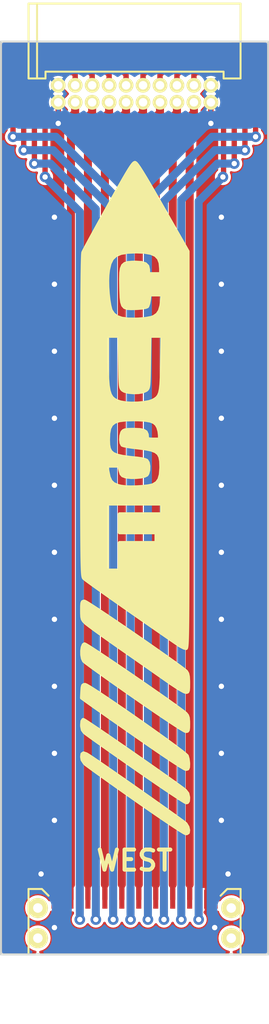
<source format=kicad_pcb>
(kicad_pcb (version 20221018) (generator pcbnew)
  (layers (0 "F.Cu" signal) (31 "B.Cu" signal) (34 "B.Paste" user) (35 "F.Paste" user) (36 "B.SilkS" user "B.Silkscreen") (37 "F.SilkS" user "F.Silkscreen") (38 "B.Mask" user) (39 "F.Mask" user) (44 "Edge.Cuts" user))
  (net 0 "")
  (net 1 "GND")
  (net 2 "/3v3_IMU")
  (net 3 "/JTMS")
  (net 4 "/3v3_RADIO")
  (net 5 "/JTCK")
  (net 6 "/3v3_FC")
  (net 7 "/JTDI")
  (net 8 "/3v3_PYRO")
  (net 9 "/JTDR")
  (net 10 "/3v3_DL")
  (net 11 "/RSVD1")
  (net 12 "/3v3_AUX1")
  (net 13 "/5v_CAN")
  (net 14 "/RSVD3")
  (net 15 "/CAN-")
  (net 16 "/RSVD2")
  (net 17 "/CAN+")
  (footprint "agg:TFML-110-01-L-D-RA" (layer "F.Cu") (at 156 63 180)
    (fp_text reference "J1")
    (fp_text value "WEST TOP")
    (fp_line (start -7.9375 -1.649) (end -7.9375 3.939) (stroke (width 0.15)) (layer "F.SilkS"))
    (fp_line (start -6.6675 -1.649) (end -7.9375 -1.649) (stroke (width 0.15)) (layer "F.SilkS"))
    (fp_line (start -6.6675 -1.649) (end -6.6675 -1.141) (stroke (width 0.15)) (layer "F.SilkS"))
    (fp_line (start 6.6675 -1.649) (end 6.6675 -1.141) (stroke (width 0.15)) (layer "F.SilkS"))
    (fp_line (start 6.6675 -1.141) (end -6.6675 -1.141) (stroke (width 0.15)) (layer "F.SilkS"))
    (fp_line (start 7.3 -1.649) (end 7.3 3.939) (stroke (width 0.15)) (layer "F.SilkS"))
    (fp_line (start 7.9375 -1.649) (end 6.6675 -1.649) (stroke (width 0.15)) (layer "F.SilkS"))
    (fp_line (start 7.9375 -1.649) (end 7.9375 3.939) (stroke (width 0.15)) (layer "F.SilkS"))
    (fp_line (start 7.9375 3.939) (end -7.9375 3.939) (stroke (width 0.15)) (layer "F.SilkS"))
    (pad "1" thru_hole circle (at -5.715 -2.159) (size 1.1 1.1) (drill 0.635) (layers "*.Cu" "*.Mask" "F.SilkS") (net 1 "GND"))
    (pad "2" thru_hole circle (at -5.715 -3.429) (size 1.1 1.1) (drill 0.635) (layers "*.Cu" "*.Mask" "F.SilkS") (net 1 "GND"))
    (pad "3" thru_hole circle (at -4.445 -2.159) (size 1.1 1.1) (drill 0.635) (layers "*.Cu" "*.Mask" "F.SilkS") (net 2 "/3v3_IMU"))
    (pad "4" thru_hole circle (at -4.445 -3.429) (size 1.1 1.1) (drill 0.635) (layers "*.Cu" "*.Mask" "F.SilkS") (net 3 "/JTMS"))
    (pad "5" thru_hole circle (at -3.175 -2.159) (size 1.1 1.1) (drill 0.635) (layers "*.Cu" "*.Mask" "F.SilkS") (net 4 "/3v3_RADIO"))
    (pad "6" thru_hole circle (at -3.175 -3.429) (size 1.1 1.1) (drill 0.635) (layers "*.Cu" "*.Mask" "F.SilkS") (net 5 "/JTCK"))
    (pad "7" thru_hole circle (at -1.905 -2.159) (size 1.1 1.1) (drill 0.635) (layers "*.Cu" "*.Mask" "F.SilkS") (net 6 "/3v3_FC"))
    (pad "8" thru_hole circle (at -1.905 -3.429) (size 1.1 1.1) (drill 0.635) (layers "*.Cu" "*.Mask" "F.SilkS") (net 7 "/JTDI"))
    (pad "9" thru_hole circle (at -0.635 -2.159) (size 1.1 1.1) (drill 0.635) (layers "*.Cu" "*.Mask" "F.SilkS") (net 8 "/3v3_PYRO"))
    (pad "10" thru_hole circle (at -0.635 -3.429) (size 1.1 1.1) (drill 0.635) (layers "*.Cu" "*.Mask" "F.SilkS") (net 9 "/JTDR"))
    (pad "11" thru_hole circle (at 0.635 -2.159) (size 1.1 1.1) (drill 0.635) (layers "*.Cu" "*.Mask" "F.SilkS") (net 10 "/3v3_DL"))
    (pad "12" thru_hole circle (at 0.635 -3.429) (size 1.1 1.1) (drill 0.635) (layers "*.Cu" "*.Mask" "F.SilkS") (net 11 "/RSVD1"))
    (pad "13" thru_hole circle (at 1.905 -2.159) (size 1.1 1.1) (drill 0.635) (layers "*.Cu" "*.Mask" "F.SilkS") (net 12 "/3v3_AUX1"))
    (pad "14" thru_hole circle (at 1.905 -3.429) (size 1.1 1.1) (drill 0.635) (layers "*.Cu" "*.Mask" "F.SilkS") (net 13 "/5v_CAN"))
    (pad "15" thru_hole circle (at 3.175 -2.159) (size 1.1 1.1) (drill 0.635) (layers "*.Cu" "*.Mask" "F.SilkS") (net 14 "/RSVD3"))
    (pad "16" thru_hole circle (at 3.175 -3.429) (size 1.1 1.1) (drill 0.635) (layers "*.Cu" "*.Mask" "F.SilkS") (net 15 "/CAN-"))
    (pad "17" thru_hole circle (at 4.445 -2.159) (size 1.1 1.1) (drill 0.635) (layers "*.Cu" "*.Mask" "F.SilkS") (net 16 "/RSVD2"))
    (pad "18" thru_hole circle (at 4.445 -3.429) (size 1.1 1.1) (drill 0.635) (layers "*.Cu" "*.Mask" "F.SilkS") (net 17 "/CAN+"))
    (pad "19" thru_hole circle (at 5.715 -2.159) (size 1.1 1.1) (drill 0.635) (layers "*.Cu" "*.Mask" "F.SilkS") (net 1 "GND"))
    (pad "20" thru_hole circle (at 5.715 -3.429) (size 1.1 1.1) (drill 0.635) (layers "*.Cu" "*.Mask" "F.SilkS") (net 1 "GND"))
  )
  (footprint "agg:SFM-110-02-L-DH" (layer "F.Cu") (at 156 129.7 180)
    (fp_text reference "J2")
    (fp_text value "WEST BOT")
    (fp_line (start -7.94 -0.23) (end -7.94 4.58) (stroke (width 0.15)) (layer "F.SilkS"))
    (fp_line (start -7.94 4.58) (end -6.94 4.58) (stroke (width 0.15)) (layer "F.SilkS"))
    (fp_line (start -6.44 4.08) (end -6.94 4.58) (stroke (width 0.15)) (layer "F.SilkS"))
    (fp_line (start 6.44 4.08) (end 6.94 4.58) (stroke (width 0.15)) (layer "F.SilkS"))
    (fp_line (start 6.94 4.58) (end 7.94 4.58) (stroke (width 0.15)) (layer "F.SilkS"))
    (fp_line (start 7.94 -0.23) (end 7.94 4.58) (stroke (width 0.15)) (layer "F.SilkS"))
    (pad "" thru_hole circle (at -7.2395 0.91 180) (size 1.5 1.5) (drill 0.71) (layers "*.Cu" "*.Mask" "F.SilkS"))
    (pad "" thru_hole circle (at -7.2395 3.16 180) (size 1.5 1.5) (drill 0.71) (layers "*.Cu" "*.Mask" "F.SilkS"))
    (pad "" thru_hole circle (at 7.2395 0.91 180) (size 1.5 1.5) (drill 0.71) (layers "*.Cu" "*.Mask" "F.SilkS"))
    (pad "" thru_hole circle (at 7.2395 3.16 180) (size 1.5 1.5) (drill 0.71) (layers "*.Cu" "*.Mask" "F.SilkS"))
    (pad "1" smd rect (at -6.0325 3.81 180) (size 0.38 1.4) (layers "F.Cu" "F.Paste" "F.Mask") (net 1 "GND"))
    (pad "2" smd rect (at -5.3975 3.81 180) (size 0.38 1.4) (layers "F.Cu" "F.Paste" "F.Mask") (net 1 "GND"))
    (pad "3" smd rect (at -4.7625 3.81 180) (size 0.38 1.4) (layers "F.Cu" "F.Paste" "F.Mask") (net 2 "/3v3_IMU"))
    (pad "4" smd rect (at -4.1275 3.81 180) (size 0.38 1.4) (layers "F.Cu" "F.Paste" "F.Mask") (net 3 "/JTMS"))
    (pad "5" smd rect (at -3.4925 3.81 180) (size 0.38 1.4) (layers "F.Cu" "F.Paste" "F.Mask") (net 4 "/3v3_RADIO"))
    (pad "6" smd rect (at -2.8575 3.81 180) (size 0.38 1.4) (layers "F.Cu" "F.Paste" "F.Mask") (net 5 "/JTCK"))
    (pad "7" smd rect (at -2.2225 3.81 180) (size 0.38 1.4) (layers "F.Cu" "F.Paste" "F.Mask") (net 6 "/3v3_FC"))
    (pad "8" smd rect (at -1.5875 3.81 180) (size 0.38 1.4) (layers "F.Cu" "F.Paste" "F.Mask") (net 7 "/JTDI"))
    (pad "9" smd rect (at -0.9525 3.81 180) (size 0.38 1.4) (layers "F.Cu" "F.Paste" "F.Mask") (net 8 "/3v3_PYRO"))
    (pad "10" smd rect (at -0.3175 3.81 180) (size 0.38 1.4) (layers "F.Cu" "F.Paste" "F.Mask") (net 9 "/JTDR"))
    (pad "11" smd rect (at 0.3175 3.81 180) (size 0.38 1.4) (layers "F.Cu" "F.Paste" "F.Mask") (net 10 "/3v3_DL"))
    (pad "12" smd rect (at 0.9525 3.81 180) (size 0.38 1.4) (layers "F.Cu" "F.Paste" "F.Mask") (net 11 "/RSVD1"))
    (pad "13" smd rect (at 1.5875 3.81 180) (size 0.38 1.4) (layers "F.Cu" "F.Paste" "F.Mask") (net 12 "/3v3_AUX1"))
    (pad "14" smd rect (at 2.2225 3.81 180) (size 0.38 1.4) (layers "F.Cu" "F.Paste" "F.Mask") (net 13 "/5v_CAN"))
    (pad "15" smd rect (at 2.8575 3.81 180) (size 0.38 1.4) (layers "F.Cu" "F.Paste" "F.Mask") (net 14 "/RSVD3"))
    (pad "16" smd rect (at 3.4925 3.81 180) (size 0.38 1.4) (layers "F.Cu" "F.Paste" "F.Mask") (net 15 "/CAN-"))
    (pad "17" smd rect (at 4.1275 3.81 180) (size 0.38 1.4) (layers "F.Cu" "F.Paste" "F.Mask") (net 16 "/RSVD2"))
    (pad "18" smd rect (at 4.7625 3.81 180) (size 0.38 1.4) (layers "F.Cu" "F.Paste" "F.Mask") (net 17 "/CAN+"))
    (pad "19" smd rect (at 5.3975 3.81 180) (size 0.38 1.4) (layers "F.Cu" "F.Paste" "F.Mask") (net 1 "GND"))
    (pad "20" smd rect (at 6.0325 3.81 180) (size 0.38 1.4) (layers "F.Cu" "F.Paste" "F.Mask") (net 1 "GND"))
  )
  (footprint "m3psu:cusf_logo_large" (layer "F.Cu") (at 156 95.95)
    (fp_text reference "G***" hide)
    (fp_text value "LOGO" hide)
    (fp_poly (pts (xy 4.029075 24.779304) (xy 4.004875 24.960606) (xy 3.907084 25.022166) (xy 3.836192 25.023892) (xy 3.729988 24.974401) (xy 3.497861 24.835289) (xy 3.153886 24.615916) (xy 2.712134 24.325647) (xy 2.186673 23.973845) (xy 1.591577 23.569874) (xy 0.940915 23.123089) (xy 0.248759 22.642859) (xy 0.067684 22.516437) (xy -0.63565 22.023673) (xy -1.301656 21.554996) (xy -1.916017 21.120626) (xy -2.46442 20.73077) (xy -2.932556 20.395651) (xy -3.30611 20.125481) (xy -3.570772 19.930474) (xy -3.712227 19.820849) (xy -3.725646 19.808963) (xy -3.90902 19.533334) (xy -3.94335 19.316043) (xy -3.91712 19.106156) (xy -3.820851 19.039506) (xy -3.628187 19.102802) (xy -3.575008 19.130291) (xy -3.43332 19.217582) (xy -3.172314 19.389848) (xy -2.808483 19.635545) (xy -2.358337 19.943126) (xy -1.838373 20.301049) (xy -1.265099 20.697768) (xy -0.655017 21.121736) (xy -0.024627 21.561409) (xy 0.609565 22.00524) (xy 1.23106 22.441687) (xy 1.823351 22.859204) (xy 2.369936 23.246244) (xy 2.854313 23.591266) (xy 3.25998 23.882718) (xy 3.570434 24.109061) (xy 3.769168 24.258747) (xy 3.836192 24.315058) (xy 3.977934 24.550069) (xy 4.029075 24.779304)) (stroke (width 0.27)) (fill solid) (layer "F.SilkS"))
    (fp_poly (pts (xy 4.029075 19.849369) (xy 4.019239 20.086361) (xy 3.974449 20.197137) (xy 3.871784 20.226502) (xy 3.836192 20.226418) (xy 3.727466 20.177459) (xy 3.492663 20.03869) (xy 3.145697 19.819293) (xy 2.700481 19.528449) (xy 2.170924 19.175338) (xy 1.570944 18.769139) (xy 0.91445 18.31903) (xy 0.296017 17.890413) (xy -0.394667 17.409138) (xy -1.05641 16.9476) (xy -1.67299 16.517145) (xy -2.228186 16.129112) (xy -2.705783 15.794843) (xy -3.089561 15.52568) (xy -3.363298 15.332968) (xy -3.501506 15.234747) (xy -3.951734 14.91041) (xy -3.926113 14.42036) (xy -3.904913 14.14229) (xy -3.866632 13.995083) (xy -3.793235 13.938167) (xy -3.708331 13.930313) (xy -3.594094 13.978702) (xy -3.357164 14.116356) (xy -3.013724 14.332002) (xy -2.579961 14.614368) (xy -2.072058 14.952184) (xy -1.506206 15.334175) (xy -0.898582 15.74907) (xy -0.265378 16.185598) (xy 0.377225 16.632483) (xy 1.013037 17.078456) (xy 1.625881 17.512243) (xy 2.199563 17.922576) (xy 2.717901 18.298178) (xy 3.164711 18.627778) (xy 3.523808 18.900105) (xy 3.779004 19.103885) (xy 3.914117 19.227848) (xy 3.929874 19.249923) (xy 3.992701 19.474692) (xy 4.02695 19.766219) (xy 4.029075 19.849369)) (stroke (width 0.27)) (fill solid) (layer "F.SilkS"))
    (fp_poly (pts (xy 4.029075 22.381491) (xy 4.012789 22.604981) (xy 3.950362 22.701792) (xy 3.869513 22.717125) (xy 3.770002 22.669427) (xy 3.543961 22.532469) (xy 3.205224 22.315457) (xy 2.767616 22.027591) (xy 2.244972 21.678073) (xy 1.65112 21.276111) (xy 0.999888 20.830905) (xy 0.305111 20.351658) (xy 0.074939 20.191985) (xy -0.633752 19.698814) (xy -1.304176 19.230612) (xy -1.922249 18.797327) (xy -2.473891 18.408911) (xy -2.945014 18.075312) (xy -3.32154 17.806484) (xy -3.58938 17.612375) (xy -3.734456 17.502936) (xy -3.751715 17.488308) (xy -3.888475 17.298417) (xy -3.940761 17.03221) (xy -3.94335 16.927348) (xy -3.919965 16.657283) (xy -3.8507 16.54735) (xy -3.834327 16.544925) (xy -3.745105 16.592464) (xy -3.531632 16.727747) (xy -3.209817 16.939765) (xy -2.795561 17.217506) (xy -2.304771 17.549965) (xy -1.753353 17.926129) (xy -1.157209 18.33499) (xy -0.532246 18.76554) (xy 0.105635 19.206769) (xy 0.740521 19.647668) (xy 1.356515 20.07723) (xy 1.937706 20.484444) (xy 2.468194 20.858302) (xy 2.932073 21.187794) (xy 3.313435 21.461911) (xy 3.596376 21.669644) (xy 3.764993 21.799986) (xy 3.79333 21.8246) (xy 3.969467 22.050338) (xy 4.028006 22.323676) (xy 4.029075 22.381491)) (stroke (width 0.27)) (fill solid) (layer "F.SilkS"))
    (fp_poly (pts (xy 4.029075 16.841064) (xy 4.024733 17.142357) (xy 4.002925 17.310443) (xy 3.950462 17.383507) (xy 3.854156 17.39974) (xy 3.836192 17.399648) (xy 3.727253 17.350991) (xy 3.490511 17.211469) (xy 3.138199 16.989148) (xy 2.682536 16.692094) (xy 2.135754 16.328374) (xy 1.510075 15.906059) (xy 0.81773 15.433208) (xy 0.070943 14.917894) (xy 0 14.868681) (xy -0.708394 14.375605) (xy -1.37723 13.90726) (xy -1.992605 13.473575) (xy -2.540619 13.084481) (xy -3.007368 12.749905) (xy -3.378947 12.479778) (xy -3.641458 12.284031) (xy -3.780991 12.172591) (xy -3.797059 12.156772) (xy -3.886839 11.966954) (xy -3.932728 11.700285) (xy -3.936638 11.40871) (xy -3.900471 11.144158) (xy -3.826135 10.958574) (xy -3.751048 10.903191) (xy -3.658505 10.945838) (xy -3.44166 11.076016) (xy -3.116548 11.282757) (xy -2.699203 11.555101) (xy -2.205665 11.88209) (xy -1.651968 12.252757) (xy -1.054142 12.656139) (xy -0.428231 13.081279) (xy 0.209736 13.51721) (xy 0.84372 13.952971) (xy 1.457689 14.3776) (xy 2.035603 14.780135) (xy 2.561431 15.149614) (xy 3.019135 15.475072) (xy 3.392677 15.74555) (xy 3.666028 15.950083) (xy 3.823146 16.077712) (xy 3.836192 16.090032) (xy 3.945337 16.227184) (xy 4.004319 16.401191) (xy 4.027004 16.66605) (xy 4.029075 16.841064)) (stroke (width 0.27)) (fill solid) (layer "F.SilkS"))
    (fp_poly (pts (xy 4.029075 13.811221) (xy 4.026194 14.148716) (xy 4.010882 14.349593) (xy 3.973131 14.448659) (xy 3.902934 14.480729) (xy 3.836192 14.482166) (xy 3.701997 14.432691) (xy 3.457949 14.299683) (xy 3.132856 14.100456) (xy 2.755512 13.852323) (xy 2.528888 13.696204) (xy 2.176843 13.450053) (xy 1.711787 13.125551) (xy 1.161567 12.742088) (xy 0.554032 12.319066) (xy -0.082974 11.875872) (xy -0.721605 11.431903) (xy -0.985838 11.248324) (xy -1.567399 10.842322) (xy -2.114743 10.45633) (xy -2.60904 10.103921) (xy -3.031471 9.798665) (xy -3.363206 9.554131) (xy -3.585419 9.383896) (xy -3.664745 9.317133) (xy -3.805261 9.174389) (xy -3.888289 9.042689) (xy -3.92891 8.871522) (xy -3.942211 8.610384) (xy -3.94335 8.384232) (xy -3.940372 8.048873) (xy -3.92465 7.849821) (xy -3.886018 7.751951) (xy -3.814304 7.720142) (xy -3.75047 7.718163) (xy -3.648264 7.766283) (xy -3.422139 7.902201) (xy -3.088241 8.114826) (xy -2.662713 8.39308) (xy -2.161701 8.725876) (xy -1.601346 9.102127) (xy -0.997796 9.51075) (xy -0.367192 9.940658) (xy 0.274317 10.380768) (xy 0.910591 10.819994) (xy 1.525484 11.24725) (xy 2.102852 11.651456) (xy 2.626549 12.021521) (xy 3.080433 12.34636) (xy 3.448356 12.614894) (xy 3.714177 12.816033) (xy 3.861751 12.938692) (xy 3.879055 12.956714) (xy 3.961759 13.102182) (xy 4.008952 13.32153) (xy 4.027828 13.655704) (xy 4.029075 13.811221)) (stroke (width 0.27)) (fill solid) (layer "F.SilkS"))
    (fp_poly (pts (xy 3.986213 -3.606549) (xy 3.98611 -1.730017) (xy 3.985759 -0.017523) (xy 3.985095 1.538344) (xy 3.984044 2.944998) (xy 3.982546 4.209848) (xy 3.980526 5.340308) (xy 3.977921 6.343788) (xy 3.974659 7.227703) (xy 3.970677 7.99946) (xy 3.965906 8.666476) (xy 3.960276 9.23616) (xy 3.953721 9.715923) (xy 3.946174 10.113177) (xy 3.937564 10.435338) (xy 3.927828 10.689813) (xy 3.916895 10.884013) (xy 3.904697 11.025356) (xy 3.89117 11.121249) (xy 3.876242 11.179104) (xy 3.859847 11.206337) (xy 3.850848 11.210829) (xy 3.71399 11.178518) (xy 3.490128 11.068493) (xy 3.250773 10.919699) (xy 2.573683 10.456236) (xy 2.081211 10.117499) (xy 2.081211 -15.173325) (xy 1.608965 -15.173325) (xy 1.136722 -15.173325) (xy 1.092401 -14.780108) (xy 1.045032 -14.521289) (xy 0.977608 -14.329872) (xy 0.948475 -14.28719) (xy 0.820951 -14.238372) (xy 0.567208 -14.19528) (xy 0.232475 -14.164805) (xy 0.101855 -14.158287) (xy -0.27229 -14.148405) (xy -0.548702 -14.166954) (xy -0.74287 -14.236017) (xy -0.87028 -14.377667) (xy -0.946418 -14.613988) (xy -0.986772 -14.967053) (xy -1.00683 -15.458947) (xy -1.01375 -15.74873) (xy -1.023011 -16.35117) (xy -1.011444 -16.803769) (xy -0.966106 -17.127949) (xy -0.874047 -17.345143) (xy -0.722326 -17.476771) (xy -0.497996 -17.544262) (xy -0.188114 -17.569043) (xy 0.088079 -17.572456) (xy 0.520881 -17.54591) (xy 0.809155 -17.456572) (xy 0.971919 -17.293098) (xy 1.028192 -17.04415) (xy 1.0287 -17.011553) (xy 1.0287 -16.716375) (xy 1.500188 -16.716375) (xy 1.971675 -16.716375) (xy 1.971675 -17.110616) (xy 1.933041 -17.545016) (xy 1.80694 -17.87629) (xy 1.578066 -18.114986) (xy 1.231108 -18.271656) (xy 0.750765 -18.356852) (xy 0.128588 -18.381149) (xy -0.523527 -18.354357) (xy -1.029151 -18.268019) (xy -1.407556 -18.106411) (xy -1.678007 -17.853815) (xy -1.859771 -17.494507) (xy -1.972112 -17.012768) (xy -2.016676 -16.63065) (xy -2.033416 -16.218465) (xy -2.022827 -15.741713) (xy -1.989155 -15.243798) (xy -1.936653 -14.768123) (xy -1.869572 -14.358087) (xy -1.79216 -14.057096) (xy -1.756199 -13.970921) (xy -1.569078 -13.704625) (xy -1.309883 -13.513775) (xy -0.956672 -13.391498) (xy -0.487501 -13.330926) (xy 0.11957 -13.325186) (xy 0.28694 -13.33115) (xy 0.842033 -13.373197) (xy 1.243728 -13.447013) (xy 1.444227 -13.520042) (xy 1.706044 -13.70098) (xy 1.883134 -13.962426) (xy 1.992095 -14.336606) (xy 2.035376 -14.667858) (xy 2.081211 -15.173325) (xy 2.081211 10.117499) (xy 2.07707 10.114648) (xy 2.07707 -12.087225) (xy 1.605047 -12.087225) (xy 1.133028 -12.087225) (xy 1.102013 -10.150612) (xy 1.091553 -9.526459) (xy 1.081112 -9.051124) (xy 1.068185 -8.701997) (xy 1.050257 -8.456465) (xy 1.02482 -8.291913) (xy 0.989366 -8.185733) (xy 0.941385 -8.115312) (xy 0.878364 -8.058037) (xy 0.868903 -8.05035) (xy 0.639808 -7.946438) (xy 0.304428 -7.887753) (xy -0.078149 -7.874288) (xy -0.448832 -7.90604) (xy -0.748535 -7.983006) (xy -0.869187 -8.050469) (xy -0.934435 -8.10763) (xy -0.984263 -8.174774) (xy -1.021162 -8.274512) (xy -1.047613 -8.429457) (xy -1.066106 -8.662218) (xy -1.079125 -8.995409) (xy -1.089156 -9.451644) (xy -1.098689 -10.053536) (xy -1.100126 -10.150731) (xy -1.128686 -12.087225) (xy -1.593043 -12.087225) (xy -2.0574 -12.087225) (xy -2.0574 -10.341564) (xy -2.052184 -9.546266) (xy -2.032682 -8.903749) (xy -1.993127 -8.395564) (xy -1.927746 -8.003251) (xy -1.830773 -7.70836) (xy -1.696432 -7.492433) (xy -1.518958 -7.337018) (xy -1.292576 -7.223658) (xy -1.058484 -7.146892) (xy -0.697291 -7.082062) (xy -0.246999 -7.054908) (xy 0.239009 -7.062984) (xy 0.707351 -7.103846) (xy 1.104648 -7.175048) (xy 1.345343 -7.256971) (xy 1.537718 -7.361366) (xy 1.68929 -7.477393) (xy 1.80532 -7.626064) (xy 1.891064 -7.828385) (xy 1.951781 -8.105368) (xy 1.99273 -8.478022) (xy 2.019165 -8.967359) (xy 2.036345 -9.594388) (xy 2.044483 -10.05075) (xy 2.07707 -12.087225) (xy 2.07707 10.114648) (xy 2.0574 10.101121) (xy 2.0574 1.20015) (xy 2.0574 0.814388) (xy 2.0574 0.428625) (xy 1.989743 0.428625) (xy 1.989743 -2.323955) (xy 1.97562 -2.744574) (xy 1.915245 -3.066066) (xy 1.78784 -3.304932) (xy 1.572631 -3.477686) (xy 1.248839 -3.600836) (xy 0.79569 -3.690889) (xy 0.192402 -3.764353) (xy 0.17466 -3.766179) (xy -0.22589 -3.813907) (xy -0.568223 -3.867126) (xy -0.81338 -3.91898) (xy -0.918335 -3.958473) (xy -0.995695 -4.113504) (xy -1.024944 -4.363718) (xy -1.006879 -4.639977) (xy -0.942295 -4.873138) (xy -0.907065 -4.934237) (xy -0.823492 -5.0166) (xy -0.694456 -5.066758) (xy -0.481075 -5.092195) (xy -0.144469 -5.100403) (xy -0.043073 -5.100638) (xy 0.390188 -5.085129) (xy 0.679631 -5.029414) (xy 0.850843 -4.919727) (xy 0.929405 -4.742294) (xy 0.942975 -4.569904) (xy 0.957671 -4.456318) (xy 1.029542 -4.397158) (xy 1.200263 -4.374931) (xy 1.414462 -4.371975) (xy 1.88595 -4.371975) (xy 1.88595 -4.674767) (xy 1.850467 -4.970136) (xy 1.764669 -5.267654) (xy 1.760446 -5.277928) (xy 1.635868 -5.493107) (xy 1.45209 -5.650403) (xy 1.184763 -5.757653) (xy 0.809538 -5.82269) (xy 0.302073 -5.853357) (xy -0.042863 -5.858414) (xy -0.671744 -5.844158) (xy -1.150856 -5.785673) (xy -1.499391 -5.667837) (xy -1.73654 -5.475524) (xy -1.881495 -5.193612) (xy -1.95345 -4.806975) (xy -1.971675 -4.338444) (xy -1.958342 -3.971821) (xy -1.905449 -3.684909) (xy -1.793653 -3.465304) (xy -1.603614 -3.300604) (xy -1.315988 -3.178405) (xy -0.911431 -3.086305) (xy -0.370607 -3.011901) (xy 0.184615 -2.95572) (xy 0.501609 -2.912331) (xy 0.764759 -2.851473) (xy 0.905615 -2.79264) (xy 1.006074 -2.629041) (xy 1.051442 -2.370071) (xy 1.041614 -2.08275) (xy 0.976469 -1.834107) (xy 0.907419 -1.727933) (xy 0.739622 -1.646357) (xy 0.453757 -1.586941) (xy 0.102252 -1.553783) (xy -0.262464 -1.550985) (xy -0.58796 -1.582643) (xy -0.6858 -1.603355) (xy -0.884358 -1.675825) (xy -0.993573 -1.799396) (xy -1.065029 -2.033251) (xy -1.066597 -2.04022) (xy -1.147354 -2.4003) (xy -1.612111 -2.4003) (xy -2.07687 -2.4003) (xy -2.016981 -2.00094) (xy -1.924212 -1.557654) (xy -1.782991 -1.250918) (xy -1.56374 -1.046882) (xy -1.236867 -0.911682) (xy -1.018391 -0.858163) (xy -0.704886 -0.818818) (xy -0.293682 -0.804422) (xy 0.165083 -0.81257) (xy 0.62127 -0.840872) (xy 1.024739 -0.886926) (xy 1.325349 -0.948337) (xy 1.398646 -0.973706) (xy 1.665325 -1.138128) (xy 1.845172 -1.386056) (xy 1.949268 -1.742815) (xy 1.988704 -2.233723) (xy 1.989743 -2.323955) (xy 1.989743 0.428625) (xy 0 0.428625) (xy -2.0574 0.428625) (xy -2.0574 2.91465) (xy -2.0574 5.400675) (xy -1.585913 5.400675) (xy -1.114425 5.400675) (xy -1.114425 4.371975) (xy -1.114425 3.343275) (xy 0.257175 3.343275) (xy 1.628775 3.343275) (xy 1.628775 2.957512) (xy 1.628775 2.57175) (xy 0.257175 2.57175) (xy -1.114425 2.57175) (xy -1.114425 1.88595) (xy -1.114425 1.20015) (xy 0.471488 1.20015) (xy 2.0574 1.20015) (xy 2.0574 10.101121) (xy 1.866731 9.969974) (xy 1.144206 9.47093) (xy 0.420395 8.969122) (xy -0.290407 8.474566) (xy -0.973917 7.997276) (xy -1.615845 7.547269) (xy -2.201899 7.134564) (xy -2.71779 6.769178) (xy -3.149231 6.461124) (xy -3.481931 6.220422) (xy -3.7016 6.057086) (xy -3.793333 5.981861) (xy -3.814339 5.950832) (xy -3.833293 5.90257) (xy -3.850303 5.828609) (xy -3.865468 5.720482) (xy -3.878901 5.569725) (xy -3.8907 5.367867) (xy -3.900974 5.106445) (xy -3.909827 4.776994) (xy -3.917362 4.371049) (xy -3.923686 3.880138) (xy -3.9289 3.295801) (xy -3.933114 2.609566) (xy -3.93643 1.812972) (xy -3.938954 0.897553) (xy -3.940788 -0.145163) (xy -3.942041 -1.323635) (xy -3.942815 -2.646332) (xy -3.943215 -4.121723) (xy -3.943347 -5.758268) (xy -3.94335 -6.133255) (xy -3.942786 -8.03804) (xy -3.941082 -9.773549) (xy -3.938217 -11.341955) (xy -3.934184 -12.745431) (xy -3.928959 -13.986146) (xy -3.92253 -15.066275) (xy -3.914879 -15.987988) (xy -3.90599 -16.753454) (xy -3.895849 -17.36485) (xy -3.884436 -17.824344) (xy -3.871738 -18.13411) (xy -3.857738 -18.296318) (xy -3.852716 -18.318139) (xy -3.792501 -18.442544) (xy -3.657377 -18.699641) (xy -3.456489 -19.072697) (xy -3.198992 -19.544976) (xy -2.89403 -20.099742) (xy -2.550758 -20.720259) (xy -2.17832 -21.389792) (xy -1.949578 -21.799292) (xy -1.503857 -22.59411) (xy -1.132796 -23.250796) (xy -0.828789 -23.781649) (xy -0.584234 -24.198961) (xy -0.391527 -24.515028) (xy -0.243062 -24.742144) (xy -0.131236 -24.892604) (xy -0.048446 -24.978704) (xy 0.012911 -25.012741) (xy 0.038615 -25.01398) (xy 0.105068 -24.969654) (xy 0.211043 -24.844177) (xy 0.362532 -24.627904) (xy 0.56552 -24.311191) (xy 0.826 -23.884392) (xy 1.14996 -23.33786) (xy 1.543385 -22.661953) (xy 2.012264 -21.84702) (xy 2.100262 -21.693347) (xy 3.986213 -18.397857) (xy 3.986213 -3.606549)) (stroke (width 0.27)) (fill solid) (layer "F.SilkS"))
  )
  (gr_line (start 166 130) (end 146 130) (stroke (width 0.15)) (layer "Edge.Cuts"))
  (gr_line (start 146 61.9) (end 166 61.9) (stroke (width 0.15)) (layer "Edge.Cuts"))
  (gr_line (start 146 130) (end 146 61.9) (stroke (width 0.15)) (layer "Edge.Cuts"))
  (gr_line (start 166 61.9) (end 166 130) (stroke (width 0.15)) (layer "Edge.Cuts"))
  (gr_text "WEST" (at 156 123) (layer "F.SilkS") (effects (font (size 1.5 1.5) (thickness 0.3))))
  (segment (start 149.9675 125.89) (end 149.9675 124.9675) (width 0.25) (layer "F.Cu") (net 1))
  (segment (start 150 90) (end 150 95) (width 0.4) (layer "F.Cu") (net 1))
  (segment (start 161.715 66.429) (end 161.715 68) (width 0.4) (layer "F.Cu") (net 1))
  (segment (start 150.285 74.715) (end 150 75) (width 0.4) (layer "F.Cu") (net 1))
  (segment (start 150.6025 125.89) (end 150.6025 127.3975) (width 0.25) (layer "F.Cu") (net 1))
  (segment (start 161.715 68) (end 161.715 74.215) (width 0.4) (layer "F.Cu") (net 1))
  (segment (start 161.715 74.215) (end 162.5 75) (width 0.4) (layer "F.Cu") (net 1))
  (segment (start 162.0325 124.9675) (end 163 124) (width 0.25) (layer "F.Cu") (net 1))
  (segment (start 162.5 100) (end 162.5 105) (width 0.4) (layer "F.Cu") (net 1))
  (segment (start 150.285 66.429) (end 150.285 68) (width 0.4) (layer "F.Cu") (net 1))
  (segment (start 150.6025 127.3975) (end 150 128) (width 0.25) (layer "F.Cu") (net 1))
  (segment (start 162.5 90) (end 162.5 95) (width 0.4) (layer "F.Cu") (net 1))
  (segment (start 150 110) (end 150 115) (width 0.4) (layer "F.Cu") (net 1))
  (segment (start 150 100) (end 150 105) (width 0.4) (layer "F.Cu") (net 1))
  (segment (start 150.285 68) (end 150.285 74.715) (width 0.4) (layer "F.Cu") (net 1))
  (segment (start 162.5 80) (end 162.5 85) (width 0.4) (layer "F.Cu") (net 1))
  (segment (start 149.9675 124.9675) (end 149 124) (width 0.25) (layer "F.Cu") (net 1))
  (segment (start 162.0325 125.89) (end 162.0325 124.9675) (width 0.25) (layer "F.Cu") (net 1))
  (segment (start 150 80) (end 150 85) (width 0.4) (layer "F.Cu") (net 1))
  (segment (start 162.0325 125.89) (end 162.0325 127.9675) (width 0.25) (layer "F.Cu") (net 1))
  (segment (start 162.0325 127.9675) (end 162 128) (width 0.25) (layer "F.Cu") (net 1))
  (segment (start 162.5 110) (end 162.5 115) (width 0.4) (layer "F.Cu") (net 1))
  (via (at 162.5 115) (size 0.8) (drill 0.4) (layers "F.Cu" "B.Cu") (net 1))
  (via (at 150 95) (size 0.8) (drill 0.4) (layers "F.Cu" "B.Cu") (net 1))
  (via (at 162.5 90) (size 0.8) (drill 0.4) (layers "F.Cu" "B.Cu") (net 1))
  (via (at 149 124) (size 0.8) (drill 0.4) (layers "F.Cu" "B.Cu") (net 1))
  (via (at 161.715 68) (size 0.8) (drill 0.4) (layers "F.Cu" "B.Cu") (net 1))
  (via (at 162.5 110) (size 0.8) (drill 0.4) (layers "F.Cu" "B.Cu") (net 1))
  (via (at 150 115) (size 0.8) (drill 0.4) (layers "F.Cu" "B.Cu") (net 1))
  (via (at 150.285 68) (size 0.8) (drill 0.4) (layers "F.Cu" "B.Cu") (net 1))
  (via (at 150 105) (size 0.8) (drill 0.4) (layers "F.Cu" "B.Cu") (net 1))
  (via (at 162.5 105) (size 0.8) (drill 0.4) (layers "F.Cu" "B.Cu") (net 1))
  (via (at 150 100) (size 0.8) (drill 0.4) (layers "F.Cu" "B.Cu") (net 1))
  (via (at 162.5 120) (size 0.8) (drill 0.4) (layers "F.Cu" "B.Cu") (net 1))
  (via (at 150 90) (size 0.8) (drill 0.4) (layers "F.Cu" "B.Cu") (net 1))
  (via (at 162.5 95) (size 0.8) (drill 0.4) (layers "F.Cu" "B.Cu") (net 1))
  (via (at 162.5 80) (size 0.8) (drill 0.4) (layers "F.Cu" "B.Cu") (net 1))
  (via (at 150 120) (size 0.8) (drill 0.4) (layers "F.Cu" "B.Cu") (net 1))
  (via (at 162.5 75) (size 0.8) (drill 0.4) (layers "F.Cu" "B.Cu") (net 1))
  (via (at 150 110) (size 0.8) (drill 0.4) (layers "F.Cu" "B.Cu") (net 1))
  (via (at 150 128) (size 0.8) (drill 0.4) (layers "F.Cu" "B.Cu") (net 1))
  (via (at 162 128) (size 0.8) (drill 0.4) (layers "F.Cu" "B.Cu") (net 1))
  (via (at 163 124) (size 0.8) (drill 0.4) (layers "F.Cu" "B.Cu") (net 1))
  (via (at 162.5 100) (size 0.8) (drill 0.4) (layers "F.Cu" "B.Cu") (net 1))
  (via (at 162.5 85) (size 0.8) (drill 0.4) (layers "F.Cu" "B.Cu") (net 1))
  (via (at 150 80) (size 0.8) (drill 0.4) (layers "F.Cu" "B.Cu") (net 1))
  (via (at 150 75) (size 0.8) (drill 0.4) (layers "F.Cu" "B.Cu") (net 1))
  (via (at 150 85) (size 0.8) (drill 0.4) (layers "F.Cu" "B.Cu") (net 1))
  (segment (start 150 105) (end 150 110) (width 0.4) (layer "B.Cu") (net 1))
  (segment (start 162.5 95) (end 162.5 100) (width 0.4) (layer "B.Cu") (net 1))
  (segment (start 150 95) (end 150 100) (width 0.4) (layer "B.Cu") (net 1))
  (segment (start 150.285 66.429) (end 150.285 68) (width 0.25) (layer "B.Cu") (net 1))
  (segment (start 150 75) (end 150 80) (width 0.4) (layer "B.Cu") (net 1))
  (segment (start 162.5 85) (end 162.5 90) (width 0.4) (layer "B.Cu") (net 1))
  (segment (start 162.5 115) (end 162.5 120) (width 0.4) (layer "B.Cu") (net 1))
  (segment (start 161.715 66.429) (end 161.715 68) (width 0.25) (layer "B.Cu") (net 1))
  (segment (start 150 115) (end 150 120) (width 0.4) (layer "B.Cu") (net 1))
  (segment (start 150 85) (end 150 90) (width 0.4) (layer "B.Cu") (net 1))
  (segment (start 162.5 105) (end 162.5 110) (width 0.4) (layer "B.Cu") (net 1))
  (segment (start 162.5 75) (end 162.5 80) (width 0.4) (layer "B.Cu") (net 1))
  (segment (start 160.7625 127.3625) (end 160.8 127.4) (width 0.4) (layer "F.Cu") (net 2))
  (segment (start 160.445 65.159) (end 160.445 64.381183) (width 0.4) (layer "F.Cu") (net 2))
  (segment (start 162.665001 71.950009) (end 162.61501 72) (width 0.4) (layer "F.Cu") (net 2))
  (segment (start 160.617184 64.208999) (end 162.171001 64.208999) (width 0.4) (layer "F.Cu") (net 2))
  (segment (start 160.7625 125.89) (end 160.7625 127.3625) (width 0.4) (layer "F.Cu") (net 2))
  (segment (start 162.171001 64.208999) (end 162.665001 64.702999) (width 0.4) (layer "F.Cu") (net 2))
  (segment (start 162.665001 64.702999) (end 162.665001 71.950009) (width 0.4) (layer "F.Cu") (net 2))
  (segment (start 160.445 64.381183) (end 160.617184 64.208999) (width 0.4) (layer "F.Cu") (net 2))
  (via (at 160.8 127.4) (size 0.8) (drill 0.4) (layers "F.Cu" "B.Cu") (net 2))
  (via (at 162.61501 72) (size 0.8) (drill 0.4) (layers "F.Cu" "B.Cu") (net 2))
  (segment (start 160.8 127.4) (end 160.8 73.81501) (width 0.6) (layer "B.Cu") (net 2))
  (segment (start 160.8 73.81501) (end 162.61501 72) (width 0.6) (layer "B.Cu") (net 2))
  (segment (start 160.1275 124.79) (end 160.1275 125.89) (width 0.4) (layer "F.Cu") (net 3))
  (segment (start 160.1275 67.524317) (end 160.1275 124.79) (width 0.6) (layer "F.Cu") (net 3))
  (segment (start 160.445 67.206817) (end 160.445 66.429) (width 0.6) (layer "F.Cu") (net 3))
  (segment (start 160.1275 67.524317) (end 160.445 67.206817) (width 0.6) (layer "F.Cu") (net 3))
  (segment (start 159.4925 125.89) (end 159.4925 127.3925) (width 0.4) (layer "F.Cu") (net 4))
  (segment (start 159.175 65.159) (end 159.175 64.381183) (width 0.4) (layer "F.Cu") (net 4))
  (segment (start 163.465011 64.654467) (end 163.465011 71) (width 0.4) (layer "F.Cu") (net 4))
  (segment (start 159.175 64.381183) (end 159.947194 63.608989) (width 0.4) (layer "F.Cu") (net 4))
  (segment (start 159.4925 127.3925) (end 159.5 127.4) (width 0.4) (layer "F.Cu") (net 4))
  (segment (start 159.947194 63.608989) (end 162.419534 63.60899) (width 0.4) (layer "F.Cu") (net 4))
  (segment (start 162.419534 63.60899) (end 163.465011 64.654467) (width 0.4) (layer "F.Cu") (net 4))
  (via (at 163.465011 71) (size 0.8) (drill 0.4) (layers "F.Cu" "B.Cu") (net 4))
  (via (at 159.5 127.4) (size 0.8) (drill 0.4) (layers "F.Cu" "B.Cu") (net 4))
  (segment (start 159.5 126.834315) (end 159.5 127.4) (width 0.6) (layer "B.Cu") (net 4))
  (segment (start 163.465011 71) (end 162.209008 71) (width 0.6) (layer "B.Cu") (net 4))
  (segment (start 159.5 73.709008) (end 159.5 126.834315) (width 0.6) (layer "B.Cu") (net 4))
  (segment (start 162.209008 71) (end 159.5 73.709008) (width 0.6) (layer "B.Cu") (net 4))
  (segment (start 159.175 67.206817) (end 159.175 66.429) (width 0.6) (layer "F.Cu") (net 5))
  (segment (start 158.8575 67.524317) (end 159.175 67.206817) (width 0.6) (layer "F.Cu") (net 5))
  (segment (start 158.8575 67.524317) (end 158.8575 124.79) (width 0.6) (layer "F.Cu") (net 5))
  (segment (start 158.8575 124.79) (end 158.8575 125.89) (width 0.4) (layer "F.Cu") (net 5))
  (segment (start 157.905 65.159) (end 157.905 64.381183) (width 0.4) (layer "F.Cu") (net 6))
  (segment (start 159.277202 63.008981) (end 162.668067 63.008981) (width 0.4) (layer "F.Cu") (net 6))
  (segment (start 158.2225 125.89) (end 158.2225 127.3775) (width 0.4) (layer "F.Cu") (net 6))
  (segment (start 162.668067 63.008981) (end 164.265021 64.605935) (width 0.4) (layer "F.Cu") (net 6))
  (segment (start 157.905 64.381183) (end 159.277202 63.008981) (width 0.4) (layer "F.Cu") (net 6))
  (segment (start 158.2225 127.3775) (end 158.2 127.4) (width 0.4) (layer "F.Cu") (net 6))
  (segment (start 164.265021 64.605935) (end 164.265021 70) (width 0.4) (layer "F.Cu") (net 6))
  (via (at 164.265021 70) (size 0.8) (drill 0.4) (layers "F.Cu" "B.Cu") (net 6))
  (via (at 158.2 127.4) (size 0.8) (drill 0.4) (layers "F.Cu" "B.Cu") (net 6))
  (segment (start 164.265021 70) (end 162.006913 70) (width 0.6) (layer "B.Cu") (net 6))
  (segment (start 158.2 126.834315) (end 158.2 127.4) (width 0.6) (layer "B.Cu") (net 6))
  (segment (start 162.006913 70) (end 158.2 73.806914) (width 0.6) (layer "B.Cu") (net 6))
  (segment (start 158.2 73.806914) (end 158.2 126.834315) (width 0.6) (layer "B.Cu") (net 6))
  (segment (start 157.905 67.206817) (end 157.905 66.429) (width 0.6) (layer "F.Cu") (net 7))
  (segment (start 157.5875 124.79) (end 157.5875 125.89) (width 0.4) (layer "F.Cu") (net 7))
  (segment (start 157.5875 67.524317) (end 157.5875 124.79) (width 0.6) (layer "F.Cu") (net 7))
  (segment (start 157.5875 67.524317) (end 157.905 67.206817) (width 0.6) (layer "F.Cu") (net 7))
  (segment (start 156.635 65.159) (end 156.635 64.381183) (width 0.4) (layer "F.Cu") (net 8))
  (segment (start 156.9525 127.3525) (end 157 127.4) (width 0.4) (layer "F.Cu") (net 8))
  (segment (start 165.065031 64.557403) (end 165.065031 69) (width 0.4) (layer "F.Cu") (net 8))
  (segment (start 156.9525 125.89) (end 156.9525 127.3525) (width 0.4) (layer "F.Cu") (net 8))
  (segment (start 162.9166 62.408972) (end 165.065031 64.557403) (width 0.4) (layer "F.Cu") (net 8))
  (segment (start 158.607212 62.408971) (end 162.9166 62.408972) (width 0.4) (layer "F.Cu") (net 8))
  (segment (start 156.635 64.381183) (end 158.607212 62.408971) (width 0.4) (layer "F.Cu") (net 8))
  (via (at 165.065031 69) (size 0.8) (drill 0.4) (layers "F.Cu" "B.Cu") (net 8))
  (via (at 157 127.4) (size 0.8) (drill 0.4) (layers "F.Cu" "B.Cu") (net 8))
  (segment (start 157 73.80482) (end 157 127.4) (width 0.6) (layer "B.Cu") (net 8))
  (segment (start 165.065031 69) (end 161.80482 69) (width 0.6) (layer "B.Cu") (net 8))
  (segment (start 161.80482 69) (end 157 73.80482) (width 0.6) (layer "B.Cu") (net 8))
  (segment (start 156.3175 124.79) (end 156.3175 125.89) (width 0.4) (layer "F.Cu") (net 9))
  (segment (start 156.3175 67.524317) (end 156.635 67.206817) (width 0.6) (layer "F.Cu") (net 9))
  (segment (start 156.635 67.206817) (end 156.635 66.429) (width 0.6) (layer "F.Cu") (net 9))
  (segment (start 156.3175 67.524317) (end 156.3175 124.79) (width 0.6) (layer "F.Cu") (net 9))
  (segment (start 155.6825 127.3825) (end 155.7 127.4) (width 0.4) (layer "F.Cu") (net 10))
  (segment (start 146.89997 64.592402) (end 146.89997 69) (width 0.4) (layer "F.Cu") (net 10))
  (segment (start 155.365 65.159) (end 155.365 64.381183) (width 0.4) (layer "F.Cu") (net 10))
  (segment (start 149.0834 62.408972) (end 146.89997 64.592402) (width 0.4) (layer "F.Cu") (net 10))
  (segment (start 155.365 64.381183) (end 153.392789 62.408972) (width 0.4) (layer "F.Cu") (net 10))
  (segment (start 155.6825 125.89) (end 155.6825 127.3825) (width 0.4) (layer "F.Cu") (net 10))
  (segment (start 153.392789 62.408972) (end 149.0834 62.408972) (width 0.4) (layer "F.Cu") (net 10))
  (via (at 146.89997 69) (size 0.8) (drill 0.4) (layers "F.Cu" "B.Cu") (net 10))
  (via (at 155.7 127.4) (size 0.8) (drill 0.4) (layers "F.Cu" "B.Cu") (net 10))
  (segment (start 155.7 126.834315) (end 155.7 127.4) (width 0.6) (layer "B.Cu") (net 10))
  (segment (start 146.89997 69) (end 150.110191 69) (width 0.6) (layer "B.Cu") (net 10))
  (segment (start 150.110191 69) (end 155.7 74.589809) (width 0.6) (layer "B.Cu") (net 10))
  (segment (start 155.7 74.589809) (end 155.7 126.834315) (width 0.6) (layer "B.Cu") (net 10))
  (segment (start 155.0475 124.79) (end 155.0475 125.89) (width 0.4) (layer "F.Cu") (net 11))
  (segment (start 155.0475 67.524317) (end 155.365 67.206817) (width 0.6) (layer "F.Cu") (net 11))
  (segment (start 155.0475 67.524317) (end 155.0475 124.79) (width 0.6) (layer "F.Cu") (net 11))
  (segment (start 155.365 67.206817) (end 155.365 66.429) (width 0.6) (layer "F.Cu") (net 11))
  (segment (start 154.095 65.159) (end 154.095 64.381183) (width 0.4) (layer "F.Cu") (net 12))
  (segment (start 154.095 64.381183) (end 152.722798 63.008981) (width 0.4) (layer "F.Cu") (net 12))
  (segment (start 154.4125 127.3875) (end 154.4 127.4) (width 0.4) (layer "F.Cu") (net 12))
  (segment (start 152.722798 63.008981) (end 149.331933 63.008981) (width 0.4) (layer "F.Cu") (net 12))
  (segment (start 147.69998 64.640934) (end 147.69998 70) (width 0.4) (layer "F.Cu") (net 12))
  (segment (start 149.331933 63.008981) (end 147.69998 64.640934) (width 0.4) (layer "F.Cu") (net 12))
  (segment (start 154.4125 125.89) (end 154.4125 127.3875) (width 0.4) (layer "F.Cu") (net 12))
  (via (at 154.4 127.4) (size 0.8) (drill 0.4) (layers "F.Cu" "B.Cu") (net 12))
  (via (at 147.69998 70) (size 0.8) (drill 0.4) (layers "F.Cu" "B.Cu") (net 12))
  (segment (start 148.265665 70) (end 147.69998 70) (width 0.6) (layer "B.Cu") (net 12))
  (segment (start 154.4 127.4) (end 154.4 74.491904) (width 0.6) (layer "B.Cu") (net 12))
  (segment (start 149.908096 70) (end 148.265665 70) (width 0.6) (layer "B.Cu") (net 12))
  (segment (start 154.4 74.491904) (end 149.908096 70) (width 0.6) (layer "B.Cu") (net 12))
  (segment (start 154.095 67.206817) (end 154.095 66.429) (width 0.6) (layer "F.Cu") (net 13))
  (segment (start 153.7775 67.524317) (end 154.095 67.206817) (width 0.6) (layer "F.Cu") (net 13))
  (segment (start 153.7775 124.79) (end 153.7775 125.89) (width 0.4) (layer "F.Cu") (net 13))
  (segment (start 153.7775 67.524317) (end 153.7775 124.79) (width 0.6) (layer "F.Cu") (net 13))
  (segment (start 152.825 65.159) (end 152.825 64.381183) (width 0.4) (layer "F.Cu") (net 14))
  (segment (start 152.052807 63.60899) (end 149.580466 63.60899) (width 0.4) (layer "F.Cu") (net 14))
  (segment (start 153.1425 125.89) (end 153.1425 127.3575) (width 0.4) (layer "F.Cu") (net 14))
  (segment (start 152.825 64.381183) (end 152.052807 63.60899) (width 0.4) (layer "F.Cu") (net 14))
  (segment (start 148.49999 64.689466) (end 148.49999 71) (width 0.4) (layer "F.Cu") (net 14))
  (segment (start 153.1425 127.3575) (end 153.1 127.4) (width 0.4) (layer "F.Cu") (net 14))
  (segment (start 149.580466 63.60899) (end 148.49999 64.689466) (width 0.4) (layer "F.Cu") (net 14))
  (via (at 153.1 127.4) (size 0.8) (drill 0.4) (layers "F.Cu" "B.Cu") (net 14))
  (via (at 148.49999 71) (size 0.8) (drill 0.4) (layers "F.Cu" "B.Cu") (net 14))
  (segment (start 149.706002 71) (end 153.1 74.393998) (width 0.6) (layer "B.Cu") (net 14))
  (segment (start 153.1 74.393998) (end 153.1 126.834315) (width 0.6) (layer "B.Cu") (net 14))
  (segment (start 153.1 126.834315) (end 153.1 127.4) (width 0.6) (layer "B.Cu") (net 14))
  (segment (start 148.49999 71) (end 149.706002 71) (width 0.6) (layer "B.Cu") (net 14))
  (segment (start 152.5075 67.524317) (end 152.825 67.206817) (width 0.6) (layer "F.Cu") (net 15))
  (segment (start 152.825 67.206817) (end 152.825 66.429) (width 0.6) (layer "F.Cu") (net 15))
  (segment (start 152.5075 67.524317) (end 152.5075 124.79) (width 0.6) (layer "F.Cu") (net 15))
  (segment (start 152.5075 124.79) (end 152.5075 125.89) (width 0.4) (layer "F.Cu") (net 15))
  (segment (start 151.8725 127.3725) (end 151.9 127.4) (width 0.4) (layer "F.Cu") (net 16))
  (segment (start 151.8725 125.89) (end 151.8725 127.3725) (width 0.4) (layer "F.Cu") (net 16))
  (segment (start 151.382816 64.208999) (end 149.828999 64.208999) (width 0.4) (layer "F.Cu") (net 16))
  (segment (start 149.828999 64.208999) (end 149.3 64.737998) (width 0.4) (layer "F.Cu") (net 16))
  (segment (start 149.3 64.737998) (end 149.3 72) (width 0.4) (layer "F.Cu") (net 16))
  (segment (start 151.555 65.159) (end 151.555 64.381183) (width 0.4) (layer "F.Cu") (net 16))
  (segment (start 151.555 64.381183) (end 151.382816 64.208999) (width 0.4) (layer "F.Cu") (net 16))
  (via (at 149.3 72) (size 0.8) (drill 0.4) (layers "F.Cu" "B.Cu") (net 16))
  (via (at 151.9 127.4) (size 0.8) (drill 0.4) (layers "F.Cu" "B.Cu") (net 16))
  (segment (start 151.9 74.6) (end 149.3 72) (width 0.6) (layer "B.Cu") (net 16))
  (segment (start 151.9 127.4) (end 151.9 74.6) (width 0.6) (layer "B.Cu") (net 16))
  (segment (start 151.2375 67.524317) (end 151.2375 124.79) (width 0.6) (layer "F.Cu") (net 17))
  (segment (start 151.2375 67.524317) (end 151.555 67.206817) (width 0.6) (layer "F.Cu") (net 17))
  (segment (start 151.2375 124.79) (end 151.2375 125.89) (width 0.4) (layer "F.Cu") (net 17))
  (segment (start 151.555 67.206817) (end 151.555 66.429) (width 0.6) (layer "F.Cu") (net 17))
  (zone (net 1) (net_name "GND") (layer "F.Cu") (connect_pads (clearance 0.2)) (min_thickness 0.2) (fill yes (thermal_gap 0.15) (thermal_bridge_width 0.3))
    (polygon (pts (xy 166 130) (xy 166 61.9) (xy 146 61.9) (xy 146 130)))
  )
  (zone (net 1) (net_name "GND") (layer "B.Cu") (connect_pads (clearance 0.3)) (min_thickness 0.2) (fill yes (thermal_gap 0.15) (thermal_bridge_width 0.3))
    (polygon (pts (xy 166 61.9) (xy 166 130) (xy 146 130) (xy 146 61.9)))
  )
)
</source>
